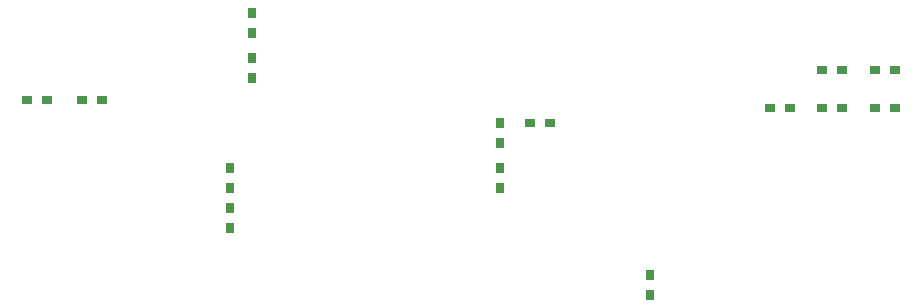
<source format=gbr>
G04 DipTrace 3.1.0.1*
G04 BottomPaste.gbr*
%MOIN*%
G04 #@! TF.FileFunction,Paste,Bot*
G04 #@! TF.Part,Single*
%ADD33R,0.035433X0.031496*%
%ADD35R,0.031496X0.035433*%
%FSLAX26Y26*%
G04*
G70*
G90*
G75*
G01*
G04 BotPaste*
%LPD*%
D35*
X2293701Y1193701D3*
Y1126772D3*
Y1276772D3*
Y1343701D3*
D33*
X2393701D3*
X2460630D3*
D35*
X2793701Y768701D3*
Y835630D3*
D33*
X3193701Y1393701D3*
X3260630D3*
X3368701Y1518701D3*
X3435630D3*
X3368701Y1393701D3*
X3435630D3*
X3543701Y1518701D3*
X3610630D3*
X3543701Y1393701D3*
X3610630D3*
D35*
X1468701Y1493701D3*
Y1560630D3*
Y1643701D3*
Y1710630D3*
X1393701Y1126772D3*
Y1193701D3*
Y993701D3*
Y1060630D3*
D33*
X968701Y1418701D3*
X901772D3*
X718701D3*
X785630D3*
M02*

</source>
